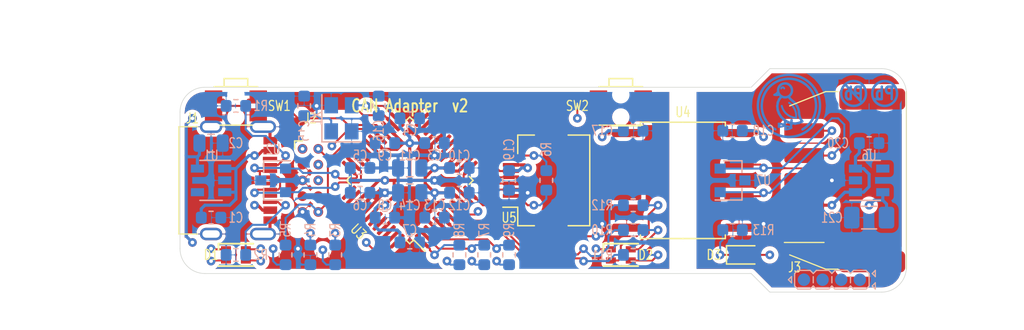
<source format=kicad_pcb>
(kicad_pcb (version 20221018) (generator pcbnew)
  (layers (0 "F.Cu" signal) (1 "In1.Cu" power) (2 "In2.Cu" power) (31 "B.Cu" signal) (34 "B.Paste" user) (35 "F.Paste" user) (36 "B.SilkS" user "B.Silkscreen") (37 "F.SilkS" user "F.Silkscreen") (38 "B.Mask" user) (39 "F.Mask" user) (44 "Edge.Cuts" user))
  (net 0 "")
  (net 1 "gnd")
  (net 2 "v3v3")
  (net 3 "can_gnd")
  (net 4 "can_vcan")
  (net 5 "vusb")
  (net 6 "led_can.res.a")
  (net 7 "rgb_usb.package.green_k")
  (net 8 "rgb_usb.package.red_k")
  (net 9 "crystal.crystal.a")
  (net 10 "usb_net.d_P")
  (net 11 "usb_net.d_N")
  (net 12 "rgb_can.blue_res.a")
  (net 13 "rgb_usb.package.blue_k")
  (net 14 "rgb_can.red_res.a")
  (net 15 "lcd.led_res.b")
  (net 16 "crystal.crystal.b")
  (net 17 "can_reg.pwr_out")
  (net 18 "rgb_can.package.green_k")
  (net 19 "usb.port.B5")
  (net 20 "usb.port.A5")
  (net 21 "mcu.swd.reset")
  (net 22 "lcd.led")
  (net 23 "sw_can.out")
  (net 24 "sw_usb.a")
  (net 25 "rgb_usb.green")
  (net 26 "rgb_can.green")
  (net 27 "rgb_can.blue")
  (net 28 "mcu.swd.swo")
  (net 29 "mcu.swd.swdio")
  (net 30 "mcu.swd.swclk")
  (net 31 "mcu.spi_1.sck")
  (net 32 "mcu.spi_1.mosi")
  (net 33 "mcu.digital_18")
  (net 34 "mcu.digital_17")
  (net 35 "mcu.digital_16")
  (net 36 "mcu.digital_15")
  (net 37 "mcu.digital_13")
  (net 38 "mcu.digital_12")
  (net 39 "mcu.can_0.txd")
  (net 40 "mcu.can_0.rxd")
  (net 41 "can_esd.can.canh")
  (net 42 "can.differential.canl")
  (footprint "Connector_FFC-FPC:Hirose_FH12-8S-0.5SH_1x08-1MP_P0.50mm_Horizontal" (layer "F.Cu") (at 174 56 90)
    (fp_text reference "U5")
    (fp_text value "QT096T_IF09, FH12-8S-0.5SH(55)")
  )
  (footprint "LED_SMD:LED_0603_1608Metric" (layer "F.Cu") (at 191 62)
    (fp_text reference "D3")
    (fp_text value "LED")
  )
  (footprint "Package_QFP:LQFP-48_7x7mm_P0.5mm" (layer "F.Cu") (at 164 56 135)
    (fp_text reference "U3")
    (fp_text value "LPC1549JBD48 (NXP)")
  )
  (footprint "calisco:LED_RGB_0606" (layer "F.Cu") (at 181 62)
    (fp_text reference "D2")
    (fp_text value "EAST1616RGBB2 (Everlight Electronics Co Ltd)")
  )
  (footprint "calisco:LED_RGB_0606" (layer "F.Cu") (at 150 62)
    (fp_text reference "D1")
    (fp_text value "EAST1616RGBB2 (Everlight Electronics Co Ltd)")
  )
  (footprint "Package_SO:SOP-8_6.62x9.15mm_P2.54mm" (layer "F.Cu") (at 186 56)
    (fp_text reference "U4")
    (fp_text value "ISO1050DUB (Texas Instruments)")
  )
  (footprint "calisco:USB_C_Receptacle_BSC_A40-00119" (layer "F.Cu") (at 148 56 -90)
    (fp_text reference "J1")
    (fp_text value "COM-15111 (Sparkfun)")
  )
  (footprint "Connector:Tag-Connect_TC2050-IDC-NL_2x05_P1.27mm_Vertical" (layer "F.Cu") (at 156 56 -90)
    (fp_text reference "J2")
    (fp_text value "SWD")
  )
  (footprint "calisco:Molex_DuraClik_502352_1x05_P2.00mm_Horizontal" (layer "F.Cu") (at 204 56 90)
    (fp_text reference "J3")
    (fp_text value "5023520500 (Molex)")
  )
  (footprint "Button_Switch_SMD:SW_SPST_EVQP7C" (layer "F.Cu") (at 150 50 180)
    (fp_text reference "SW1")
    (fp_text value "EVQ-P7C01P")
  )
  (footprint "Button_Switch_SMD:SW_SPST_EVQP7C" (layer "F.Cu") (at 181 50 180)
    (fp_text reference "SW2")
    (fp_text value "EVQ-P7C01P")
  )
  (footprint "Package_TO_SOT_SMD:SOT-23-5" (layer "B.Cu") (at 201 56)
    (fp_text reference "U6")
    (fp_text value "AP2204K-5.0 (Diodes Incorporated)")
  )
  (footprint "Capacitor_SMD:C_0603_1608Metric" (layer "B.Cu") (at 201 53)
    (fp_text reference "C20")
    (fp_text value "CL10A105KA8NNNC (Samsung Electro-Mechanics) - 1µF, 25V")
  )
  (footprint "Capacitor_SMD:C_0603_1608Metric" (layer "B.Cu") (at 155.5 50 90)
    (fp_text reference "C15")
    (fp_text value "CC0603GRNPO9BN180 (Yageo) - 18pF, 50V")
  )
  (footprint "Capacitor_SMD:C_0603_1608Metric" (layer "B.Cu") (at 161.5 50 90)
    (fp_text reference "C16")
    (fp_text value "CC0603GRNPO9BN180 (Yageo) - 18pF, 50V")
  )
  (footprint "Resistor_SMD:R_0603_1608Metric" (layer "B.Cu") (at 175 56 -90)
    (fp_text reference "R6")
    (fp_text value "100, 1%, 0.1W")
  )
  (footprint "Resistor_SMD:R_0603_1608Metric" (layer "B.Cu") (at 190 60)
    (fp_text reference "R13")
    (fp_text value "1k, 1%, 0.1W")
  )
  (footprint "Capacitor_SMD:C_0603_1608Metric" (layer "B.Cu") (at 160 55)
    (fp_text reference "C5")
    (fp_text value "CL10B104KB8NNNC (Samsung Electro-Mechanics) - 0.1µF, 50V")
  )
  (footprint "Resistor_SMD:R_0603_1608Metric" (layer "B.Cu") (at 154 62 90)
    (fp_text reference "R5")
    (fp_text value "10k, 1%, 0.1W")
  )
  (footprint "Resistor_SMD:R_0603_1608Metric" (layer "B.Cu") (at 156 62 90)
    (fp_text reference "R4")
    (fp_text value "10k, 1%, 0.1W")
  )
  (footprint "Resistor_SMD:R_0603_1608Metric" (layer "B.Cu") (at 158 62 90)
    (fp_text reference "R3")
    (fp_text value "10k, 1%, 0.1W")
  )
  (footprint "Capacitor_SMD:C_0603_1608Metric" (layer "B.Cu") (at 166 59)
    (fp_text reference "C13")
    (fp_text value "CL10B104KB8NNNC (Samsung Electro-Mechanics) - 0.1µF, 50V")
  )
  (footprint "Resistor_SMD:R_0603_1608Metric" (layer "B.Cu") (at 182 58 180)
    (fp_text reference "R12")
    (fp_text value "1k, 1%, 0.1W")
  )
  (footprint "Resistor_SMD:R_0603_1608Metric" (layer "B.Cu") (at 182 62 180)
    (fp_text reference "R11")
    (fp_text value "1k, 1%, 0.1W")
  )
  (footprint "Resistor_SMD:R_0603_1608Metric" (layer "B.Cu") (at 182 60 180)
    (fp_text reference "R10")
    (fp_text value "1k, 1%, 0.1W")
  )
  (footprint "Package_TO_SOT_SMD:SOT-23-5" (layer "B.Cu") (at 148 56 180)
    (fp_text reference "U1")
    (fp_text value "AP2204K-3.3 (Diodes Incorporated)")
  )
  (footprint "Capacitor_SMD:C_0603_1608Metric" (layer "B.Cu") (at 148 59)
    (fp_text reference "C1")
    (fp_text value "CL10A105KP8NNNC (Samsung Electro-Mechanics) - 1µF, 10V")
  )
  (footprint "Capacitor_SMD:C_0805_2012Metric" (layer "B.Cu") (at 148 53)
    (fp_text reference "C2")
    (fp_text value "CL21B225KPFNNNE (Samsung Electro-Mechanics) - 2.2µF, 10V")
  )
  (footprint "Capacitor_SMD:C_0603_1608Metric" (layer "B.Cu") (at 182 52)
    (fp_text reference "C17")
    (fp_text value "CL10B104KB8NNNC (Samsung Electro-Mechanics) - 0.1µF, 50V")
  )
  (footprint "calisco:Symbol_Duckling" (layer "B.Cu") (at 194.540188 50 180)
    (fp_text reference "U8" hide)
    (fp_text value "Duck" hide)
  )
  (footprint "calisco:Indicator_LeadFree" (layer "B.Cu") (at 201 49 180)
    (fp_text reference "1" hide)
    (fp_text value "LeadFree" hide)
  )
  (footprint "Capacitor_SMD:C_0603_1608Metric" (layer "B.Cu") (at 172 56 -90)
    (fp_text reference "C19")
    (fp_text value "CL10A105KP8NNNC (Samsung Electro-Mechanics) - 1µF, 10V")
  )
  (footprint "Package_TO_SOT_SMD:SOT-23" (layer "B.Cu") (at 190 56)
    (fp_text reference "U7")
    (fp_text value "PESD1CAN,215")
  )
  (footprint "Capacitor_SMD:C_0603_1608Metric" (layer "B.Cu") (at 190 52 180)
    (fp_text reference "C18")
    (fp_text value "CL10B104KB8NNNC (Samsung Electro-Mechanics) - 0.1µF, 50V")
  )
  (footprint "calisco:Indicator_IdDots_4" (layer "B.Cu") (at 198 64 180)
    (fp_text reference "2" hide)
    (fp_text value "IdDots4")
  )
  (footprint "Capacitor_SMD:C_0603_1608Metric" (layer "B.Cu") (at 164 51)
    (fp_text reference "C4")
    (fp_text value "CL10B103KB8NNNC (Samsung Electro-Mechanics) - 10000pF, 50V")
  )
  (footprint "Capacitor_SMD:C_0603_1608Metric" (layer "B.Cu") (at 168 57)
    (fp_text reference "C12")
    (fp_text value "CL10B104KB8NNNC (Samsung Electro-Mechanics) - 0.1µF, 50V")
  )
  (footprint "Capacitor_SMD:C_0805_2012Metric" (layer "B.Cu") (at 164 55 180)
    (fp_text reference "C11")
    (fp_text value "CL21A106KPFNNNE (Samsung Electro-Mechanics) - 10µF, 10V")
  )
  (footprint "Capacitor_SMD:C_0603_1608Metric" (layer "B.Cu") (at 168 55)
    (fp_text reference "C10")
    (fp_text value "CL10B104KB8NNNC (Samsung Electro-Mechanics) - 0.1µF, 50V")
  )
  (footprint "Capacitor_SMD:C_0603_1608Metric" (layer "B.Cu") (at 162 59)
    (fp_text reference "C8")
    (fp_text value "CL10B103KB8NNNC (Samsung Electro-Mechanics) - 10000pF, 50V")
  )
  (footprint "Capacitor_SMD:C_0603_1608Metric" (layer "B.Cu") (at 164 61)
    (fp_text reference "C7")
    (fp_text value "CL10B104KB8NNNC (Samsung Electro-Mechanics) - 0.1µF, 50V")
  )
  (footprint "Capacitor_SMD:C_0603_1608Metric" (layer "B.Cu") (at 160 57)
    (fp_text reference "C6")
    (fp_text value "CL10B103KB8NNNC (Samsung Electro-Mechanics) - 10000pF, 50V")
  )
  (footprint "Capacitor_SMD:C_0603_1608Metric" (layer "B.Cu") (at 166 53)
    (fp_text reference "C3")
    (fp_text value "CL10B104KB8NNNC (Samsung Electro-Mechanics) - 0.1µF, 50V")
  )
  (footprint "Capacitor_SMD:C_0805_2012Metric" (layer "B.Cu") (at 164 57 180)
    (fp_text reference "C14")
    (fp_text value "CL21A106KPFNNNE (Samsung Electro-Mechanics) - 10µF, 10V")
  )
  (footprint "Capacitor_SMD:C_1206_3216Metric" (layer "B.Cu") (at 201 59 180)
    (fp_text reference "C21")
    (fp_text value "CL31B225KOHNNNE (Samsung Electro-Mechanics) - 2.2µF, 16V")
  )
  (footprint "Resistor_SMD:R_0603_1608Metric" (layer "B.Cu") (at 150 62)
    (fp_text reference "R2")
    (fp_text value "5.1k, 1%, 0.1W")
  )
  (footprint "Resistor_SMD:R_0603_1608Metric" (layer "B.Cu") (at 150 50)
    (fp_text reference "R1")
    (fp_text value "5.1k, 1%, 0.1W")
  )
  (footprint "Package_TO_SOT_SMD:SOT-23" (layer "B.Cu") (at 153 56 180)
    (fp_text reference "U2")
    (fp_text value "TPD2E009 (Texas Instruments)")
  )
  (footprint "Capacitor_SMD:C_0603_1608Metric" (layer "B.Cu") (at 162 53 180)
    (fp_text reference "C9")
    (fp_text value "CL10B104KB8NNNC (Samsung Electro-Mechanics) - 0.1µF, 50V")
  )
  (footprint "Oscillator:Oscillator_SMD_Abracon_ASE-4Pin_3.2x2.5mm" (layer "B.Cu") (at 158.5 51 90)
    (fp_text reference "X1")
    (fp_text value "7V-12.000MAHE-T (TXC)")
  )
  (footprint "Resistor_SMD:R_0603_1608Metric" (layer "B.Cu") (at 168 62 90)
    (fp_text reference "R8")
    (fp_text value "1k, 1%, 0.1W")
  )
  (footprint "Resistor_SMD:R_0603_1608Metric" (layer "B.Cu") (at 170 62 90)
    (fp_text reference "R7")
    (fp_text value "1k, 1%, 0.1W")
  )
  (footprint "Resistor_SMD:R_0603_1608Metric" (layer "B.Cu") (at 172 62 90)
    (fp_text reference "R9")
    (fp_text value "1k, 1%, 0.1W")
  )
  (gr_line (start 191.5 63.5) (end 147.5 63.5) (stroke (width 0.05)) (layer "Edge.Cuts"))
  (gr_arc (start 147.5 63.5) (mid 146.085786 62.914214) (end 145.5 61.5) (stroke (width 0.05)) (layer "Edge.Cuts"))
  (gr_arc (start 202 47) (mid 203.414214 47.585786) (end 204 49) (stroke (width 0.05)) (layer "Edge.Cuts"))
  (gr_line (start 145.5 61.5) (end 145.5 50.5) (stroke (width 0.05)) (layer "Edge.Cuts"))
  (gr_line (start 193 65) (end 191.5 63.5) (stroke (width 0.05)) (layer "Edge.Cuts"))
  (gr_line (start 191.5 48.5) (end 193 47) (stroke (width 0.05)) (layer "Edge.Cuts"))
  (gr_arc (start 145.5 50.5) (mid 146.085786 49.085786) (end 147.5 48.5) (stroke (width 0.05)) (layer "Edge.Cuts"))
  (gr_line (start 147.5 48.5) (end 191.5 48.5) (stroke (width 0.05)) (layer "Edge.Cuts"))
  (gr_arc (start 204 63) (mid 203.414214 64.414214) (end 202 65) (stroke (width 0.05)) (layer "Edge.Cuts"))
  (gr_line (start 202 65) (end 193 65) (stroke (width 0.05)) (layer "Edge.Cuts"))
  (gr_line (start 204 49) (end 204 63) (stroke (width 0.05)) (layer "Edge.Cuts"))
  (gr_line (start 193 47) (end 202 47) (stroke (width 0.05)) (layer "Edge.Cuts"))
  (gr_text "CAN Adapter  v2" (at 164 50) (layer "F.SilkS") (effects (font (size 1 0.75))))
  (segment (start 166 56) (end 167.18198 56) (width 0.25) (layer "F.Cu") (net 1))
  (segment (start 165.75 53.75) (end 166 54) (width 0.25) (layer "F.Cu") (net 1))
  (segment (start 166.945714 54.114946) (end 166.114946 54.114946) (width 0.25) (layer "F.Cu") (net 1))
  (segment (start 167.18198 56) (end 168.534322 57.352342) (width 0.25) (layer "F.Cu") (net 1))
  (segment (start 162 57) (end 161.93934 57) (width 0.25) (layer "F.Cu") (net 1))
  (segment (start 161.93934 57) (end 160.526338 58.413002) (width 0.25) (layer "F.Cu") (net 1))
  (segment (start 166.321094 52.526338) (end 165.75 53.097432) (width 0.25) (layer "F.Cu") (net 1))
  (segment (start 152.745 52.8) (end 152.745 51.68) (width 0.25) (layer "F.Cu") (net 1))
  (segment (start 162 57) (end 161.232234 57) (width 0.25) (layer "F.Cu") (net 1))
  (segment (start 181.475 59.81) (end 179.81 59.81) (width 0.25) (layer "F.Cu") (net 1))
  (segment (start 172.15 57.25) (end 173.25 57.25) (width 0.25) (layer "F.Cu") (net 1))
  (segment (start 161.232234 57) (end 160.172785 58.059449) (width 0.25) (layer "F.Cu") (net 1))
  (segment (start 167.473662 53.586998) (end 166.945714 54.114946) (width 0.25) (layer "F.Cu") (net 1))
  (segment (start 152.745 59.2) (end 152.745 60.32) (width 0.25) (layer "F.Cu") (net 1))
  (segment (start 166.114946 54.114946) (end 166 54) (width 0.25) (layer "F.Cu") (net 1))
  (segment (start 173.25 57.25) (end 173.5 57) (width 0.25) (layer "F.Cu") (net 1))
  (segment (start 179.81 59.81) (end 179.5 59.5) (width 0.25) (layer "F.Cu") (net 1))
  (segment (start 165.75 53.097432) (end 165.75 53.75) (width 0.25) (layer "F.Cu") (net 1))
  (segment (start 166.413002 52.526338) (end 166.321094 52.526338) (width 0.25) (layer "F.Cu") (net 1))
  (via (at 155.365 58.54) (size 0.7) (drill 0.3) (layers "F.Cu" "B.Cu") (net 1))
  (via (at 155.365 56) (size 0.7) (drill 0.3) (layers "F.Cu" "B.Cu") (net 1))
  (via (at 162 57) (size 0.7) (drill 0.3) (layers "F.Cu" "B.Cu") (net 1))
  (via (at 155 61.5) (size 0.7) (drill 0.3) (layers "F.Cu" "B.Cu") (net 1))
  (via (at 166 54) (size 0.7) (drill 0.3) (layers "F.Cu" "B.Cu") (net 1))
  (via (at 166 56) (size 0.7) (drill 0.3) (layers "F.Cu" "B.Cu") (net 1))
  (via (at 179.5 59.5) (size 0.7) (drill 0.3) (layers "F.Cu" "B.Cu") (net 1))
  (via (at 173.5 57) (size 0.7) (drill 0.3) (layers "F.Cu" "B.Cu") (net 1))
  (segment (start 163.0625 56) (end 166 56) (width 0.25) (layer "B.Cu") (net 1))
  (segment (start 155.2875 62.7875) (end 155 62.5) (width 0.16) (layer "B.Cu") (net 1))
  (segment (start 164.7875 60.2875) (end 164.7875 61) (width 0.25) (layer "B.Cu") (net 1))
  (segment (start 165 52) (end 166.5 52) (width 0.25) (layer "B.Cu") (net 1))
  (segment (start 162 55) (end 163.0625 55) (width 0.25) (layer "B.Cu") (net 1))
  (segment (start 162.7875 59) (end 163.5 59) (width 0.25) (layer "B.Cu") (net 1))
  (segment (start 164.7875 51) (end 164.7875 51.7875) (width 0.25) (layer "B.Cu") (net 1))
  (segment (start 163.0625 57) (end 163.0625 56) (width 0.25) (layer "B.Cu") (net 1))
  (segment (start 160.7875 55) (end 162 55) (width 0.25) (layer "B.Cu") (net 1))
  (segment (start 163.0625 55) (end 163.0625 54) (width 0.25) (layer "B.Cu") (net 1))
  (segment (start 168.5 58) (end 168.7875 57.7125) (width 0.25) (layer "B.Cu") (net 1))
  (segment (start 166.5 52) (end 166.7875 52.2875) (width 0.25) (layer "B.Cu") (net 1))
  (segment (start 155 62.5) (end 155 61.5) (width 0.16) (layer "B.Cu") (net 1))
  (segment (start 163.0625 56) (end 163.0625 55) (width 0.25) (layer "B.Cu") (net 1))
  (segment (start 163.5 59) (end 164.7875 60.2875) (width 0.25) (layer "B.Cu") (net 1))
  (segment (start 162 57) (end 163.0625 57) (width 0.25) (layer "B.Cu") (net 1))
  (segment (start 160.7875 57) (end 162 57) (width 0.25) (layer "B.Cu") (net 1))
  (segment (start 162.7875 58.2125) (end 162.7875 59) (width 0.25) (layer "B.Cu") (net 1))
  (segment (start 163.0625 57) (end 163.0625 57.9375) (width 0.25) (layer "B.Cu") (net 1))
  (segment (start 168.7875 57) (end 168.7875 55) (width 0.25) (layer "B.Cu") (net 1))
  (segment (start 168.7875 55) (end 168.7875 54.2875) (width 0.25) (layer "B.Cu") (net 1))
  (segment (start 166.7875 53) (end 166.7875 54) (width 0.25) (layer "B.Cu") (net 1))
  (segment (start 163.0625 54) (end 161.5 54) (width 0.25) (layer "B.Cu") (net 1))
  (segment (start 167 58) (end 168.5 58) (width 0.25) (layer "B.Cu") (net 1))
  (segment (start 156 62.7875) (end 155.2875 62.7875) (width 0.16) (layer "B.Cu") (net 1))
  (segment (start 166.7875 59) (end 166.7875 58.2125) (width 0.25) (layer "B.Cu") (net 1))
  (segment (start 163.0625 54) (end 166 54) (width 0.25) (layer "B.Cu") (net 1))
  (segment (start 166 56) (end 168.7875 56) (width 0.25) (layer "B.Cu") (net 1))
  (segment (start 163.0625 57.9375) (end 162.7875 58.2125) (width 0.25) (layer "B.Cu") (net 1))
  (segment (start 172.7875 56.7875) (end 173 57) (width 0.25) (layer "B.Cu") (net 1))
  (segment (start 164.7875 51.7875) (end 165 52) (width 0.25) (layer "B.Cu") (net 1))
  (segment (start 173 57) (end 173.5 57) (width 0.25) (layer "B.Cu") (net 1))
  (segment (start 168.5 54) (end 166 54) (width 0.25) (layer "B.Cu") (net 1))
  (segment (start 166.7875 52.2875) (end 166.7875 53) (width 0.25) (layer "B.Cu") (net 1))
  (segment (start 172 56.7875) (end 172.7875 56.7875) (width 0.25) (layer "B.Cu") (net 1))
  (segment (start 166.7875 58.2125) (end 167 58) (width 0.25) (layer "B.Cu") (net 1))
  (segment (start 168.7875 57.7125) (end 168.7875 57) (width 0.25) (layer "B.Cu") (net 1))
  (segment (start 168.7875 54.2875) (end 168.5 54) (width 0.25) (layer "B.Cu") (net 1))
  (segment (start 161.2125 53.7125) (end 161.5 54) (width 0.25) (layer "B.Cu") (net 1))
  (segment (start 161.2125 53) (end 161.2125 53.7125) (width 0.25) (layer "B.Cu") (net 1))
  (segment (start 162.75 57.25) (end 162.75 56) (width 0.25) (layer "F.Cu") (net 2))
  (segment (start 167 57) (end 166 57) (width 0.25) (layer "F.Cu") (net 2))
  (segment (start 149.2 61.55) (end 148.05 61.55) (width 0.16) (layer "F.Cu") (net 2))
  (segment (start 167 55.25) (end 167.93198 55.25) (width 0.25) (layer "F.Cu") (net 2))
  (segment (start 162 58) (end 162.75 57.25) (width 0.25) (layer "F.Cu") (net 2))
  (segment (start 172.15 54.75) (end 173.25 54.75) (width 0.25) (layer "F.Cu") (net 2))
  (segment (start 161.233445 52.879891) (end 161.853554 53.5) (width 0.25) (layer "F.Cu") (net 2))
  (segment (start 166.75 55) (end 167 55.25) (width 0.25) (layer "F.Cu") (net 2))
  (segment (start 161.646446 58) (end 162 58) (width 0.25) (layer "F.Cu") (net 2))
  (segment (start 163.237437 52.762563) (end 163.474874 53) (width 0.25) (layer "F.Cu") (net 2))
  (segment (start 166.767766 55) (end 166 55) (width 0.25) (layer "F.Cu") (net 2))
  (segment (start 167.474874 57) (end 167 57) (width 0.25) (layer "F.Cu") (net 2))
  (segment (start 166 57) (end 165.25 56.25) (width 0.25) (layer "F.Cu") (net 2))
  (segment (start 164 53) (end 164 56) (width 0.25) (layer "F.Cu") (net 2))
  (segment (start 163.474874 53) (end 164 53) (width 0.25) (layer "F.Cu") (net 2))
  (segment (start 162 56) (end 163 56) (width 0.25) (layer "F.Cu") (net 2))
  (segment (start 167.93198 55.25) (end 168.534322 54.647658) (width 0.25) (layer "F.Cu") (net 2))
  (segment (start 168.180769 57.705895) (end 167.474874 57) (width 0.25) (layer "F.Cu") (net 2))
  (segment (start 164 56) (end 165.25 56) (width 0.25) (layer "F.Cu") (net 2))
  (segment (start 162.75 56) (end 163 56) (width 0.25) (layer "F.Cu") (net 2))
  (segment (start 161.525126 56) (end 162 56) (width 0.25) (layer "F.Cu") (net 2))
  (segment (start 161.853554 53.5) (end 162.974874 53.5) (width 0.25) (layer "F.Cu") (net 2))
  (segment (start 165.25 56.25) (end 165.25 55.75) (width 0.25) (layer "F.Cu") (net 2))
  (segment (start 159.819231 57.705895) (end 161.525126 56) (width 0.25) (layer "F.Cu") (net 2))
  (segment (start 160.879891 58.766555) (end 161.646446 58) (width 0.25) (layer "F.Cu") (net 2))
  (segment (start 179.05 61.55) (end 179 61.5) (width 0.16) (layer "F.Cu") (net 2))
  (segment (start 167.827215 53.940551) (end 166.767766 55) (width 0.25) (layer "F.Cu") (net 2))
  (segment (start 162.974874 53.5) (end 163.474874 53) (width 0.25) (layer "F.Cu") (net 2))
  (segment (start 163 56) (end 164 56) (width 0.25) (layer "F.Cu") (net 2))
  (segment (start 180.2 61.55) (end 179.05 61.55) (width 0.16) (layer "F.Cu") (net 2))
  (segment (start 165.25 55.75) (end 166 55) (width 0.25) (layer "F.Cu") (net 2))
  (segment (start 148.05 61.55) (end 148 61.5) (width 0.16) (layer "F.Cu") (net 2))
  (segment (start 179.81 52.19) (end 179.5 52.5) (width 0.25) (layer "F.Cu") (net 2))
  (segment (start 162.294105 51.819231) (end 163.237437 52.762563) (width 0.25) (layer "F.Cu") (net 2))
  (segment (start 181.475 52.19) (end 179.81 52.19) (width 0.25) (layer "F.Cu") (net 2))
  (segment (start 173.25 54.75) (end 173.5 55) (width 0.25) (layer "F.Cu") (net 2))
  (segment (start 166 55) (end 166.75 55) (width 0.25) (layer "F.Cu") (net 2))
  (via (at 162 58) (size 0.7) (drill 0.3) (layers "F.Cu" "B.Cu") (net 2))
  (via (at 166 57) (size 0.7) (drill 0.3) (layers "F.Cu" "B.Cu") (net 2))
  (via (at 179.5 52.5) (size 0.7) (drill 0.3) (layers "F.Cu" "B.Cu") (net 2))
  (via (at 166 55) (size 0.7) (drill 0.3) (layers "F.Cu" "B.Cu") (net 2))
  (via (at 153 61.5) (size 0.7) (drill 0.3) (layers "F.Cu" "B.Cu") (net 2))
  (via (at 164 53) (size 0.7) (drill 0.3) (layers "F.Cu" "B.Cu") (net 2))
  (via (at 179 61.5) (size 0.7) (drill 0.3) (layers "F.Cu" "B.Cu") (net 2))
  (via (at 162 56) (size 0.7) (drill 0.3) (layers "F.Cu" "B.Cu") (net 2))
  (via (at 155.365 53.46) (size 0.7) (drill 0.3) (layers "F.Cu" "B.Cu") (net 2))
  (via (at 173.5 55) (size 0.7) (drill 0.3) (layers "F.Cu" "B.Cu") (net 2))
  (via (at 157 61.59) (size 0.7) (drill 0.3) (layers "F.Cu" "B.Cu") (net 2))
  (via (at 146.5 51) (size 0.7) (drill 0.3) (layers "F.Cu" "B.Cu") (net 2))
  (via (at 146.5 61) (size 0.7) (drill 0.3) (layers "F.Cu" "B.Cu") (net 2))
  (via (at 148 61.5) (size 0.7) (drill 0.3) (layers "F.Cu" "B.Cu") (net 2))
  (segment (start 158 62.7875) (end 157.2875 62.7875) (width 0.16) (layer "B.Cu") (net 2))
  (segment (start 157 62.5) (end 157 61.59) (width 0.16) (layer "B.Cu") (net 2))
  (segment (start 146 51.5) (end 146.5 51) (width 0.25) (layer "B.Cu") (net 2))
  (segment (start 181.2125 52) (end 180 52) (width 0.25) (layer "B.Cu") (net 2))
  (segment (start 161.5 58) (end 162 58) (width 0.25) (layer "B.Cu") (net 2))
  (segment (start 161.2125 59.7125) (end 161.5 60) (width 0.25) (layer "B.Cu") (net 2))
  (segment (start 162.7875 53) (end 164 53) (width 0.25) (layer "B.Cu") (net 2))
  (segment (start 167.2125 57) (end 166 57) (width 0.25) (layer "B.Cu") (net 2))
  (segment (start 153.2875 62.7875) (end 153 62.5) (width 0.16) (layer "B.Cu") (net 2))
  (segment (start 146 54) (end 146 60.5) (width 0.25) (layer "B.Cu") (net 2))
  (segment (start 163.2125 51.7125) (end 164 52.5) (width 0.25) (layer "B.Cu") (net 2))
  (segment (start 165.2125 59) (end 165.2125 58.2875) (width 0.25) (layer "B.Cu") (net 2))
  (segment (start 164 52.5) (end 164 53) (width 0.25) (layer "B.Cu") (net 2))
  (segment (start 173 55) (end 173.5 55) (width 0.25) (layer "B.Cu") (net 2))
  (segment (start 157.2875 62.7875) (end 157 62.5) (width 0.16) (layer "B.Cu") (net 2))
  (segment (start 146 54) (end 146 51.5) (width 0.25) (layer "B.Cu") (net 2))
  (segment (start 161.2125 59) (end 161.2125 59.7125) (width 0.25) (layer "B.Cu") (net 2))
  (segment (start 165.2125 58.2875) (end 166 57.5) (width 0.25) (layer "B.Cu") (net 2))
  (segment (start 146.1 54.1) (end 146 54) (width 0.25) (layer "B.Cu") (net 2))
  (segment (start 146.9 54.1) (end 146.9 54.6) (width 0.25) (layer "B.Cu") (net 2))
  (segment (start 159.2125 56) (end 162 56) (width 0.25) (layer "B.Cu") (net 2))
  (segment (start 159.2125 57) (end 159.2125 56) (width 0.25) (layer "B.Cu") (net 2))
  (segment (start 172 55.2125) (end 172.7875 55.2125) (width 0.25) (layer "B.Cu") (net 2))
  (segment (start 164.9375 57) (end 166 57) (width 0.25) (layer "B.Cu") (net 2))
  (segment (start 161.2125 58.2875) (end 161.5 58) (width 0.25) (layer "B.Cu") (net 2))
  (segment (start 154 62.7875) (end 153.2875 62.7875) (width 0.16) (layer "B.Cu") (net 2))
  (segment (start 146 60.5) (end 146.5 61) (width 0.25) (layer "B.Cu") (net 2))
  (segment (start 146.9 54.6) (end 146.9 55.05) (width 0.25) (layer "B.Cu") (net 2))
  (segment (start 147.0625 53) (end 147.0625 53.9375) (width 0.25) (layer "B.Cu") (net 2))
  (segment (start 147.0625 53.9375) (end 146.9 54.1) (width 0.25) (layer "B.Cu") (net 2))
  (segment (start 163.2125 51) (end 163.2125 51.7125) (width 0.25) (layer "B.Cu") (net 2))
  (segment (start 163.2125 61) (end 163.2125 60.2125) (width 0.25) (layer "B.Cu") (net 2))
  (segment (start 159.2125 55) (end 159.2125 56) (width 0.25) (layer "B.Cu") (net 2))
  (segment (start 164.9375 55) (end 166 55) (width 0.25) (layer "B.Cu") (net 2))
  (segment (start 166 57.5) (end 166 57) (width 0.25) (layer "B.Cu") (net 2))
  (segment (start 146.9 54.1) (end 146.1 54.1) (width 0.25) (layer "B.Cu") (net 2))
  (segment (start 163.2125 60.2125) (end 163 60) (width 0.25) (layer "B.Cu") (net 2))
  (segment (start 166 55) (end 167.2125 55) (width 0.25) (layer "B.Cu") (net 2))
  (segment (start 161.2125 59) (end 161.2125 58.2875) (width 0.25) (layer "B.Cu") (net 2))
  (segment (start 163 60) (end 161.5 60) (width 0.25) (layer "B.Cu") (net 2))
  (segment (start 172.7875 55.2125) (end 173 55) (width 0.25) (layer "B.Cu") (net 2))
  (segment (start 153 62.5) (end 153 61.5) (width 0.16) (layer "B.Cu") (net 2))
  (segment (start 180 52) (end 179.5 52.5) (width 0.25) (layer "B.Cu") (net 2))
  (segment (start 165.2125 53) (end 164 53) (width 0.25) (layer "B.Cu") (net 2))
  (segment (start 195.77 56) (end 198 56) (width 0.25) (layer "F.Cu") (net 3))
  (segment (start 192.19 59.81) (end 192.5 59.5) (width 0.25) (layer "F.Cu") (net 3))
  (segment (start 195.42 56) (end 197 56) (width 0.25) (layer "F.Cu") (net 3))
  (segment (start 190.525 59.81) (end 192.19 59.81) (width 0.25) (layer "F.Cu") (net 3))
  (via (at 198 56) (size 0.7) (drill 0.3) (layers "F.Cu" "B.Cu") (net 3))
  (via (at 192.5 59.5) (size 0.7) (drill 0.3) (layers "F.Cu" "B.Cu") (net 3))
  (segment (start 195.77 58) (end 198 58) (width 0.25) (layer "F.Cu") (net 4))
  (via (at 198 58) (size 0.7) (drill 0.3) (layers "F.Cu" "B.Cu") (net 4))
  (segment (start 199.05 56.95) (end 198 58) (width 0.25) (layer "B.Cu") (net 4))
  (segment (start 200.55 56.95) (end 201 56.5) (width 0.25) (layer "B.Cu") (net 4))
  (segment (start 199.9 56.95) (end 199.05 56.95) (width 0.25) (layer "B.Cu") (net 4))
  (segment (start 199.9 54.1) (end 200.2125 53.7875) (width 0.25) (layer "B.Cu") (net 4))
  (segment (start 199.9 56.95) (end 200.55 56.95) (width 0.25) (layer "B.Cu") (net 4))
  (segment (start 199.9 55.05) (end 199.9 54.1) (width 0.25) (layer "B.Cu") (net 4))
  (segment (start 201 55.5) (end 200.55 55.05) (width 0.25) (layer "B.Cu") (net 4))
  (segment (start 201 56.5) (end 201 55.5) (width 0.25) (layer "B.Cu") (net 4))
  (segment (start 200.2125 53.7875) (end 200.2125 53) (width 0.25) (layer "B.Cu") (net 4))
  (segment (start 200.55 55.05) (end 199.9 55.05) (width 0.25) (layer "B.Cu") (net 4))
  (segment (start 151.5 57.999916) (end 151.499916 58) (width 0.25) (layer "F.Cu") (net 5))
  (segment (start 152.156998 53.6) (end 151.756998 54) (width 0.25) (layer "F.Cu") (net 5))
  (segment (start 152.745 58.4) (end 152.156998 58.4) (width 0.25) (layer "F.Cu") (net 5))
  (segment (start 151.756998 54) (end 151.5 54) (width 0.25) (layer "F.Cu") (net 5))
  (segment (start 152.156998 58.4) (end 151.756998 58) (width 0.25) (layer "F.Cu") (net 5))
  (segment (start 151.756998 58) (end 151.499916 58) (width 0.25) (layer "F.Cu") (net 5))
  (segment (start 152.745 53.6) (end 152.156998 53.6) (width 0.25) (layer "F.Cu") (net 5))
  (via (at 151.499916 58) (size 0.7) (drill 0.3) (layers "F.Cu" "B.Cu") (net 5))
  (via (at 151.5 54) (size 0.7) (drill 0.3) (layers "F.Cu" "B.Cu") (net 5))
  (segment (start 147.5 58) (end 149.5 58) (width 0.25) (layer "B.Cu") (net 5))
  (segment (start 151.5 54) (end 151.05 54) (width 0.25) (layer "B.Cu") (net 5))
  (segment (start 150 55.05) (end 150 57.5) (width 0.25) (layer "B.Cu") (net 5))
  (segment (start 149.5 58) (end 150 57.5) (width 0.25) (layer "B.Cu") (net 5))
  (segment (start 149.1 55.05) (end 150 55.05) (width 0.25) (layer "B.Cu") (net 5))
  (segment (start 147.2125 59) (end 147.2125 58.2875) (width 0.25) (layer "B.Cu") (net 5))
  (segment (start 150 57.5) (end 150 57.45) (width 0.25) (layer "B.Cu") (net 5))
  (segment (start 151.05 54) (end 150 55.05) (width 0.25) (layer "B.Cu") (net 5))
  (segment (start 149.1 56.95) (end 150 56.95) (width 0.25) (layer "B.Cu") (net 5))
  (segment (start 151.499916 54.000084) (end 151.5 54) (width 0.25) (layer "B.Cu") (net 5))
  (segment (start 147.2125 58.2875) (end 147.5 58) (width 0.25) (layer "B.Cu") (net 5))
  (segment (start 190.2125 62) (end 189 62) (width 0.16) (layer "F.Cu") (net 6))
  (via (at 189 62) (size 0.7) (drill 0.3) (layers "F.Cu" "B.Cu") (net 6))
  (segment (start 189 61) (end 189 62) (width 0.16) (layer "B.Cu") (net 6))
  (segment (start 189.2125 60.7875) (end 189 61) (width 0.16) (layer "B.Cu") (net 6))
  (segment (start 189.2125 60) (end 189.2125 60.7875) (width 0.16) (layer "B.Cu") (net 6))
  (segment (start 150.8 62.45) (end 151.95 62.45) (width 0.16) (layer "F.Cu") (net 7))
  (segment (start 151.95 62.45) (end 152 62.5) (width 0.16) (layer "F.Cu") (net 7))
  (via (at 152 62.5) (size 0.7) (drill 0.3) (layers "F.Cu" "B.Cu") (net 7))
  (via (at 167 62.5) (size 0.7) (drill 0.3) (layers "F.Cu" "B.Cu") (net 7))
  (segment (start 168 62.7875) (end 167.2875 62.7875) (width 0.16) (layer "B.Cu") (net 7))
  (segment (start 167.2875 62.7875) (end 167 62.5) (width 0.16) (layer "B.Cu") (net 7))
  (segment (start 150.8 61.55) (end 151.95 61.55) (width 0.16) (layer "F.Cu") (net 8))
  (segment (start 151.95 61.55) (end 152 61.5) (width 0.16) (layer "F.Cu") (net 8))
  (via (at 169 62.5) (size 0.7) (drill 0.3) (layers "F.Cu" "B.Cu") (net 8))
  (via (at 152 61.5) (size 0.7) (drill 0.3) (layers "F.Cu" "B.Cu") (net 8))
  (segment (start 169.2875 62.7875) (end 169 62.5) (width 0.16) (layer "B.Cu") (net 8))
  (segment (start 170 62.7875) (end 169.2875 62.7875) (width 0.16) (layer "B.Cu") (net 8))
  (segment (start 161.93198 50.75) (end 160.25 50.75) (width 0.16) (layer "F.Cu") (net 9))
  (segment (start 162.647658 51.465678) (end 161.93198 50.75) (width 0.16) (layer "F.Cu") (net 9))
  (segment (start 156.5 50) (end 159.5 50) (width 0.16) (layer "F.Cu") (net 9))
  (segment (start 159.5 50) (end 160.25 50.75) (width 0.16) (layer "F.Cu") (net 9))
  (via (at 156.5 50) (size 0.7) (drill 0.3) (layers "F.Cu" "B.Cu") (net 9))
  (segment (start 157.5 51) (end 156.75 51) (width 0.16) (layer "B.Cu") (net 9))
  (segment (start 156.5375 50.7875) (end 156.75 51) (width 0.16) (layer "B.Cu") (net 9))
  (segment (start 155.5 50.7875) (end 156.5375 50.7875) (width 0.16) (layer "B.Cu") (net 9))
  (segment (start 157.675 52.05) (end 157.675 51.175) (width 0.16) (layer "B.Cu") (net 9))
  (segment (start 156.5 50) (end 156.5 50.7875) (width 0.16) (layer "B.Cu") (net 9))
  (segment (start 157.675 51.175) (end 157.5 51) (width 0.16) (layer "B.Cu") (net 9))
  (segment (start 158 56.5) (end 158.337712 56.162288) (width 0.16) (layer "F.Cu") (net 10))
  (segment (start 151.75 56.75) (end 151.5 57) (width 0.16) (layer "F.Cu") (net 10))
  (segment (start 153.402002 56.75) (end 153.560001 56.592001) (width 0.16) (layer "F.Cu") (net 10))
  (segment (start 153.402002 55.75) (end 152.745 55.75) (width 0.16) (layer "F.Cu") (net 10))
  (segment (start 153.560001 56.439999) (end 153.560001 55.907999) (width 0.16) (layer "F.Cu") (net 10))
  (segment (start 153.560001 55.907999) (end 153.402002 55.75) (width 0.16) (layer "F.Cu") (net 10))
  (segment (start 160.070011 55.974829) (end 160.070011 55.251991) (width 0.16) (layer "F.Cu") (net 10))
  (segment (start 152.745 56.75) (end 153.402002 56.75) (width 0.16) (layer "F.Cu") (net 10))
  (segment (start 153.560001 56.592001) (end 153.560001 56.439999) (width 0.16) (layer "F.Cu") (net 10))
  (segment (start 158.337712 56.162288) (end 159.882552 56.162288) (width 0.16) (layer "F.Cu") (net 10))
  (segment (start 152.745 56.75) (end 151.75 56.75) (width 0.16) (layer "F.Cu") (net 10))
  (segment (start 159.882552 56.162288) (end 160.070011 55.974829) (width 0.16) (layer "F.Cu") (net 10))
  (segment (start 160.070011 55.251991) (end 159.465678 54.647658) (width 0.16) (layer "F.Cu") (net 10))
  (via (at 158 56.5) (size 0.7) (drill 0.3) (layers "F.Cu" "B.Cu") (net 10))
  (via (at 151.5 57) (size 0.7) (drill 0.3) (layers "F.Cu" "B.Cu") (net 10))
  (segment (start 153.95 57) (end 154 56.95) (width 0.16) (layer "B.Cu") (net 10))
  (segment (start 151.5 57) (end 153.95 57) (width 0.16) (layer "B.Cu") (net 10))
  (segment (start 155.4 56.6) (end 157.9 56.6) (width 0.16) (layer "B.Cu") (net 10))
  (segment (start 154 56.95) (end 155.05 56.95) (width 0.16) (layer "B.Cu") (net 10))
  (segment (start 155.05 56.95) (end 155.4 56.6) (width 0.16) (layer "B.Cu") (net 10))
  (segment (start 157.9 56.6) (end 158 56.5) (width 0.16) (layer "B.Cu") (net 10))
  (segment (start 151.929999 55.929999) (end 151.929999 55.25) (width 0.16) (layer "F.Cu") (net 11))
  (segment (start 152.087998 56.25) (end 151.929999 56.092001) (width 0.16) (layer "F.Cu") (net 11))
  (segment (start 151.75 55.25) (end 151.5 55) (width 0.16) (layer "F.Cu") (net 11))
  (segment (start 152.745 55.25) (end 151.75 55.25) (width 0.16) (layer "F.Cu") (net 11))
  (segment (start 151.929999 56.092001) (end 151.929999 55.929999) (width 0.16) (layer "F.Cu") (net 11))
  (segment (start 159.75 55.639088) (end 159.112124 55.001212) (width 0.16) (layer "F.Cu") (net 11))
  (segment (start 152.087998 55.25) (end 152.745 55.25) (width 0.16) (layer "F.Cu") (net 11))
  (segment (start 152.745 56.25) (end 152.087998 56.25) (width 0.16) (layer "F.Cu") (net 11))
  (segment (start 159.75 55.75) (end 159.657723 55.842277) (width 0.16) (layer "F.Cu") (net 11))
  (segment (start 159.75 55.75) (end 159.75 55.639088) (width 0.16) (layer "F.Cu") (net 11))
  (segment (start 158 55.5) (end 158.342277 55.842277) (width 0.16) (layer "F.Cu") (net 11))
  (segment (start 158.342277 55.842277) (end 159.657723 55.842277) (width 0.16) (layer "F.Cu") (net 11))
  (segment (start 151.929999 55.929999) (end 151.929999 55.407999) (width 0.16) (layer "F.Cu") (net 11))
  (via (at 151.5 55) (size 0.7) (drill 0.3) (layers "F.Cu" "B.Cu") (net 11))
  (via (at 158 55.5) (size 0.7) (drill 0.3) (layers "F.Cu" "B.Cu") (net 11))
  (segment (start 157.9 55.4) (end 158 55.5) (width 0.16) (layer "B.Cu") (net 11))
  (segment (start 155.05 55.05) (end 155.4 55.4) (width 0.16) (layer "B.Cu") (net 11))
  (segment (start 151.5 55) (end 153.95 55) (width 0.16) (layer "B.Cu") (net 11))
  (segment (start 154 55.05) (end 155.05 55.05) (width 0.16) (layer "B.Cu") (net 11))
  (segment (start 155.4 55.4) (end 157.9 55.4) (width 0.16) (layer "B.Cu") (net 11))
  (segment (start 153.95 55) (end 154 55.05) (width 0.16) (layer "B.Cu") (net 11))
  (segment (start 183.25 60.25) (end 183.25 58.75) (width 0.16) (layer "F.Cu") (net 12))
  (segment (start 180.8 62.45) (end 181 62.25) (width 0.16) (layer "F.Cu") (net 12))
  (segment (start 183.25 58.75) (end 184 58) (width 0.16) (layer "F.Cu") (net 12))
  (segment (start 181.267998 61) (end 182.5 61) (width 0.16) (layer "F.Cu") (net 12))
  (segment (start 182.5 61) (end 183.25 60.25) (width 0.16) (layer "F.Cu") (net 12))
  (segment (start 181 61.267998) (end 181.267998 61) (width 0.16) (layer "F.Cu") (net 12))
  (segment (start 180.2 62.45) (end 180.8 62.45) (width 0.16) (layer "F.Cu") (net 12))
  (segment (start 181 62.25) (end 181 61.267998) (width 0.16) (layer "F.Cu") (net 12))
  (via (at 184 58) (size 0.7) (drill 0.3) (layers "F.Cu" "B.Cu") (net 12))
  (segment (start 182.7875 58) (end 184 58) (width 0.16) (layer "B.Cu") (net 12))
  (segment (start 148.05 62.45) (end 148 62.5) (width 0.16) (layer "F.Cu") (net 13))
  (segment (start 149.2 62.45) (end 148.05 62.45) (width 0.16) (layer "F.Cu") (net 13))
  (via (at 148 62.5) (size 0.7) (drill 0.3) (layers "F.Cu" "B.Cu") (net 13))
  (via (at 171 62.5) (size 0.7) (drill 0.3) (layers "F.Cu" "B.Cu") (net 13))
  (segment (start 171.2875 62.7875) (end 171 62.5) (width 0.16) (layer "B.Cu") (net 13))
  (segment (start 172 62.7875) (end 171.2875 62.7875) (width 0.16) (layer "B.Cu") (net 13))
  (segment (start 182.45 61.55) (end 184 60) (width 0.16) (layer "F.Cu") (net 14))
  (segment (start 181.8 61.55) (end 182.45 61.55) (width 0.16) (layer "F.Cu") (net 14))
  (via (at 184 60) (size 0.7) (drill 0.3) (layers "F.Cu" "B.Cu") (net 14))
  (segment (start 182.7875 60) (end 184 60) (width 0.16) (layer "B.Cu") (net 14))
  (segment (start 173.25 57.75) (end 173.5 58) (width 0.16) (layer "F.Cu") (net 15))
  (segment (start 173.5 58) (end 174 58) (width 0.16) (layer "F.Cu") (net 15))
  (segment (start 172.15 57.75) (end 173.25 57.75) (width 0.16) (layer "F.Cu") (net 15))
  (via (at 174 58) (size 0.7) (drill 0.3) (layers "F.Cu" "B.Cu") (net 15))
  (segment (start 174.5 58) (end 174 58) (width 0.16) (layer "B.Cu") (net 15))
  (segment (start 175 57.5) (end 174.5 58) (width 0.16) (layer "B.Cu") (net 15))
  (segment (start 175 56.7875) (end 175 57.5) (width 0.16) (layer "B.Cu") (net 15))
  (segment (start 161.889088 50) (end 160.5 50) (width 0.16) (layer "F.Cu") (net 16))
  (segment (start 163.001212 51.112124) (end 161.889088 50) (width 0.16) (layer "F.Cu") (net 16))
  (via (at 160.5 50) (size 0.7) (drill 0.3) (layers "F.Cu" "B.Cu") (net 16))
  (segment (start 161.25 50) (end 160.5 50) (width 0.16) (layer "B.Cu") (net 16))
  (segment (start 161.5 50.25) (end 161.25 50) (width 0.16) (layer "B.Cu") (net 16))
  (segment (start 161.5 50.7875) (end 161.5 50.25) (width 0.16) (layer "B.Cu") (net 16))
  (segment (start 159.325 49.95) (end 160.45 49.95) (width 0.16) (layer "B.Cu") (net 16))
  (segment (start 160.45 49.95) (end 160.5 50) (width 0.16) (layer "B.Cu") (net 16))
  (segment (start 190.525 52.19) (end 192.19 52.19) (width 0.25) (layer "F.Cu") (net 17))
  (segment (start 192.19 52.19) (end 192.5 52.5) (width 0.25) (layer "F.Cu") (net 17))
  (segment (start 191.7875 62) (end 193 62) (width 0.16) (layer "F.Cu") (net 17))
  (via (at 201 58) (size 0.7) (drill 0.3) (layers "F.Cu" "B.Cu") (net 17))
  (via (at 192.5 52.5) (size 0.7) (drill 0.3) (layers "F.Cu" "B.Cu") (net 17))
  (via (at 193 62) (size 0.7) (drill 0.3) (layers "F.Cu" "B.Cu") (net 17))
  (segment (start 190.7875 52) (end 192 52) (width 0.25) (layer "B.Cu") (net 17))
  (segment (start 202.1 57.6) (end 202.1 56.95) (width 0.25) (layer "B.Cu") (net 17))
  (segment (start 202.4 59) (end 202.4 57.9) (width 0.25) (layer "B.Cu") (net 17))
  (segment (start 192 52) (end 192.5 52.5) (width 0.25) (layer "B.Cu") (net 17))
  (segment (start 201.4 57.6) (end 201 58) (width 0.25) (layer "B.Cu") (net 17))
  (segment (start 202.1 57.6) (end 201.4 57.6) (width 0.25) (layer "B.Cu") (net 17))
  (segment (start 202.4 57.9) (end 202.1 57.6) (width 0.25) (layer "B.Cu") (net 17))
  (segment (start 183.55 62.45) (end 184 62) (width 0.16) (layer "F.Cu") (net 18))
  (segment (start 181.8 62.45) (end 183.55 62.45) (width 0.16) (layer "F.Cu") (net 18))
  (via (at 184 62) (size 0.7) (drill 0.3) (layers "F.Cu" "B.Cu") (net 18))
  (segment (start 182.7875 62) (end 184 62) (width 0.16) (layer "B.Cu") (net 18))
  (segment (start 152.745 57.75) (end 153.402002 57.75) (width 0.16) (layer "F.Cu") (net 19))
  (segment (start 153.652002 58) (end 154 58) (width 0.16) (layer "F.Cu") (net 19))
  (segment (start 153.402002 57.75) (end 153.652002 58) (width 0.16) (layer "F.Cu") (net 19))
  (via (at 154 58) (size 0.7) (drill 0.3) (layers "F.Cu" "B.Cu") (net 19))
  (segment (start 153 59) (end 154 58) (width 0.16) (layer "B.Cu") (net 19))
  (segment (start 151.323478 59.57999) (end 152.42001 59.57999) (width 0.16) (layer "B.Cu") (net 19))
  (segment (start 150.7875 60.115968) (end 151.323478 59.57999) (width 0.16) (layer "B.Cu") (net 19))
  (segment (start 152.42001 59.57999) (end 153 59) (width 0.16) (layer "B.Cu") (net 19))
  (segment (start 150.7875 62) (end 150.7875 60.115968) (width 0.16) (layer "B.Cu") (net 19))
  (segment (start 152.745 54.75) (end 153.402002 54.75) (width 0.16) (layer "F.Cu") (net 20))
  (segment (start 154 54.152002) (end 154 54) (width 0.16) (layer "F.Cu") (net 20))
  (segment (start 153.402002 54.75) (end 154 54.152002) (width 0.16) (layer "F.Cu") (net 20))
  (via (at 154 54) (size 0.7) (drill 0.3) (layers "F.Cu" "B.Cu") (net 20))
  (segment (start 152.42001 52.42001) (end 151.323478 52.42001) (width 0.16) (layer "B.Cu") (net 20))
  (segment (start 154 54) (end 152.42001 52.42001) (width 0.16) (layer "B.Cu") (net 20))
  (segment (start 150.7875 51.884032) (end 150.7875 50) (width 0.16) (layer "B.Cu") (net 20))
  (segment (start 151.323478 52.42001) (end 150.7875 51.884032) (width 0.16) (layer "B.Cu") (net 20))
  (segment (start 159.095137 53.570011) (end 159.819231 54.294105) (width 0.16) (layer "F.Cu") (net 21))
  (segment (start 158.679989 53.570011) (end 159.095137 53.570011) (width 0.16) (layer "F.Cu") (net 21))
  (segment (start 157.409999 54.840001) (end 158.679989 53.570011) (width 0.16) (layer "F.Cu") (net 21))
  (segment (start 156.635 58.54) (end 157.409999 57.765001) (width 0.16) (layer "F.Cu") (net 21))
  (segment (start 157.409999 57.765001) (end 157.409999 54.840001) (width 0.16) (layer "F.Cu") (net 21))
  (via (at 156.635 58.54) (size 0.7) (drill 0.3) (layers "F.Cu" "B.Cu") (net 21))
  (segment (start 156.044999 57.949999) (end 156.635 58.54) (width 0.16) (layer "B.Cu") (net 21))
  (segment (start 154 60.25) (end 154 59.031798) (width 0.16) (layer "B.Cu") (net 21))
  (segment (start 155.081799 57.949999) (end 156.044999 57.949999) (width 0.16) (layer "B.Cu") (net 21))
  (segment (start 154 61.2125) (end 154 60.25) (width 0.16) (layer "B.Cu") (net 21))
  (segment (start 154 59.031798) (end 155.081799 57.949999) (width 0.16) (layer "B.Cu") (net 21))
  (segment (start 168.361572 50.90901) (end 170.932562 53.48) (width 0.16) (layer "F.Cu") (net 22))
  (segment (start 165.352342 51.465678) (end 165.90901 50.90901) (width 0.16) (layer "F.Cu") (net 22))
  (segment (start 170.932562 53.48) (end 172.520001 53.48) (width 0.16) (layer "F.Cu") (net 22))
  (segment (start 165.90901 50.90901) (end 168.361572 50.90901) (width 0.16) (layer "F.Cu") (net 22))
  (segment (start 172.520001 53.48) (end 173.040001 54) (width 0.16) (layer "F.Cu") (net 22))
  (segment (start 173.040001 54) (end 174 54) (width 0.16) (layer "F.Cu") (net 22))
  (via (at 174 54) (size 0.7) (drill 0.3) (layers "F.Cu" "B.Cu") (net 22))
  (segment (start 175 55.2125) (end 175 54.5) (width 0.16) (layer "B.Cu") (net 22))
  (segment (start 174.5 54) (end 174 54) (width 0.16) (layer "B.Cu") (net 22))
  (segment (start 175 54.5) (end 174.5 54) (width 0.16) (layer "B.Cu") (net 22))
  (segment (start 180 49.5) (end 179.42 49.5) (width 0.16) (layer "F.Cu") (net 23))
  (segment (start 181.5 50) (end 180.5 50) (width 0.16) (layer "F.Cu") (net 23))
  (segment (start 178.22 49.28) (end 177.5 50) (width 0.16) (layer "F.Cu") (net 23))
  (segment (start 182 49.5) (end 181.5 50) (width 0.16) (layer "F.Cu") (net 23))
  (segment (start 179.2 49.28) (end 178.22 49.28) (width 0.16) (layer "F.Cu") (net 23))
  (segment (start 161 61.5) (end 160.5 61) (width 0.16) (layer "F.Cu") (net 23))
  (segment (start 163.001212 60.887876) (end 162.389088 61.5) (width 0.16) (layer "F.Cu") (net 23))
  (segment (start 179.42 49.5) (end 179.2 49.28) (width 0.16) (layer "F.Cu") (net 23))
  (segment (start 182 49.5) (end 182.58 49.5) (width 0.16) (layer "F.Cu") (net 23))
  (segment (start 180 49.5) (end 180.5 50) (width 0.16) (layer "F.Cu") (net 23))
  (segment (start 162.389088 61.5) (end 161 61.5) (width 0.16) (layer "F.Cu") (net 23))
  (segment (start 182.58 49.5) (end 182.8 49.28) (width 0.16) (layer "F.Cu") (net 23))
  (segment (start 177.5 50) (end 177.5 51) (width 0.16) (layer "F.Cu") (net 23))
  (via (at 160.5 61) (size 0.7) (drill 0.3) (layers "F.Cu" "B.Cu") (net 23))
  (via (at 177.5 51) (size 0.7) (drill 0.3) (layers "F.Cu" "B.Cu") (net 23))
  (segment (start 161.940551 52.172785) (end 161.30776 51.539994) (width 0.16) (layer "F.Cu") (net 24))
  (segment (start 158.5 51) (end 155 51) (width 0.16) (layer "F.Cu") (net 24))
  (segment (start 155 51) (end 153.28 49.28) (width 0.16) (layer "F.Cu") (net 24))
  (segment (start 161.30776 51.539994) (end 159.039994 51.539994) (width 0.16) (layer "F.Cu") (net 24))
  (segment (start 150.5 50) (end 149.5 50) (width 0.16) (layer "F.Cu") (net 24))
  (segment (start 149 49.5) (end 148.42 49.5) (width 0.16) (layer "F.Cu") (net 24))
  (segment (start 151 49.5) (end 150.5 50) (width 0.16) (layer "F.Cu") (net 24))
  (segment (start 148.42 49.5) (end 148.2 49.28) (width 0.16) (layer "F.Cu") (net 24))
  (segment (start 151 49.5) (end 151.58 49.5) (width 0.16) (layer "F.Cu") (net 24))
  (segment (start 153.28 49.28) (end 151.8 49.28) (width 0.16) (layer "F.Cu") (net 24))
  (segment (start 149 49.5) (end 149.5 50) (width 0.16) (layer "F.Cu") (net 24))
  (segment (start 151.58 49.5) (end 151.8 49.28) (width 0.16) (layer "F.Cu") (net 24))
  (segment (start 159.039994 51.539994) (end 158.5 51) (width 0.16) (layer "F.Cu") (net 24))
  (segment (start 165.625 61.625) (end 166 62) (width 0.16) (layer "F.Cu") (net 25))
  (segment (start 164.998788 60.887876) (end 165.625 61.514088) (width 0.16) (layer "F.Cu") (net 25))
  (segment (start 165.625 61.514088) (end 165.625 61.625) (width 0.16) (layer "F.Cu") (net 25))
  (via (at 166 62) (size 0.7) (drill 0.3) (layers "F.Cu" "B.Cu") (net 25))
  (segment (start 168 61.2125) (end 166.7875 61.2125) (width 0.16) (layer "B.Cu") (net 25))
  (segment (start 166.7875 61.2125) (end 166 62) (width 0.16) (layer "B.Cu") (net 25))
  (segment (start 173.469794 62.280038) (end 176.73001 62.280038) (width 0.16) (layer "F.Cu") (net 26))
  (segment (start 166.059449 59.827215) (end 166.616117 60.383883) (width 0.16) (layer "F.Cu") (net 26))
  (segment (start 166.616117 60.383883) (end 167.366117 60.383883) (width 0.16) (layer "F.Cu") (net 26))
  (segment (start 173.469789 62.280037) (end 173.469794 62.280038) (width 0.16) (layer "F.Cu") (net 26))
  (segment (start 167.53997 60.21003) (end 171.399782 60.21003) (width 0.16) (layer "F.Cu") (net 26))
  (segment (start 177.780038 62.280038) (end 178 62.5) (width 0.16) (layer "F.Cu") (net 26))
  (segment (start 167.366117 60.383883) (end 167.53997 60.21003) (width 0.16) (layer "F.Cu") (net 26))
  (segment (start 171.399782 60.21003) (end 173.469789 62.280037) (width 0.16) (layer "F.Cu") (net 26))
  (segment (start 176.73001 62.280038) (end 177.780038 62.280038) (width 0.16) (layer "F.Cu") (net 26))
  (via (at 178 62.5) (size 0.7) (drill 0.3) (layers "F.Cu" "B.Cu") (net 26))
  (segment (start 180.5 62) (end 181.2125 62) (width 0.16) (layer "B.Cu") (net 26))
  (segment (start 180 62.5) (end 180.5 62) (width 0.16) (layer "B.Cu") (net 26))
  (segment (start 178 62.5) (end 180 62.5) (width 0.16) (layer "B.Cu") (net 26))
  (segment (start 177.905124 60.5) (end 179 60.5) (width 0.16) (layer "F.Cu") (net 27))
  (segment (start 167.923563 59.570009) (end 168.178108 59.57001) (width 0.16) (layer "F.Cu") (net 27))
  (segment (start 171.664886 59.57001) (end 173.734897 61.640019) (width 0.16) (layer "F.Cu") (net 27))
  (segment (start 176.765106 61.640018) (end 177.905124 60.5) (width 0.16) (layer "F.Cu") (net 27))
  (segment (start 173.734897 61.640019) (end 176.765106 61.640018) (width 0.16) (layer "F.Cu") (net 27))
  (segment (start 167.120109 58.766555) (end 167.923563 59.570009) (width 0.16) (layer "F.Cu") (net 27))
  (segment (start 168.178108 59.57001) (end 171.664886 59.57001) (width 0.16) (layer "F.Cu") (net 27))
  (via (at 179 60.5) (size 0.7) (drill 0.3) (layers "F.Cu" "B.Cu") (net 27))
  (segment (start 179.5 60.5) (end 179 60.5) (width 0.16) (layer "B.Cu") (net 27))
  (segment (start 181.2125 58) (end 180.5 58) (width 0.16) (layer "B.Cu") (net 27))
  (segment (start 180.090001 58.409999) (end 180.090001 59.909999) (width 0.16) (layer "B.Cu") (net 27))
  (segment (start 180.090001 59.909999) (end 179.5 60.5) (width 0.16) (layer "B.Cu") (net 27))
  (segment (start 180.5 58) (end 180.090001 58.409999) (width 0.16) (layer "B.Cu") (net 27))
  (segment (start 168.517766 58.75) (end 169.25 58.75) (width 0.16) (layer "F.Cu") (net 28))
  (segment (start 167.827215 58.059449) (end 168.517766 58.75) (width 0.16) (layer "F.Cu") (net 28))
  (segment (start 169.25 58.75) (end 169.5 58.5) (width 0.16) (layer "F.Cu") (net 28))
  (via (at 156.635 56) (size 0.7) (drill 0.3) (layers "F.Cu" "B.Cu") (net 28))
  (via (at 169.5 58.5) (size 0.7) (drill 0.3) (layers "F.Cu" "B.Cu") (net 28))
  (segment (start 157.797438 54) (end 158.547438 53.25) (width 0.16) (layer "F.Cu") (net 29))
  (segment (start 159.482234 53.25) (end 160.172785 53.940551) (width 0.16) (layer "F.Cu") (net 29))
  (segment (start 157.175 54) (end 157.797438 54) (width 0.16) (layer "F.Cu") (net 29))
  (segment (start 156.635 53.46) (end 157.175 54) (width 0.16) (layer "F.Cu") (net 29))
  (segment (start 158.547438 53.25) (end 159.482234 53.25) (width 0.16) (layer "F.Cu") (net 29))
  (via (at 158 60.25) (size 0.7) (drill 0.3) (layers "F.Cu" "B.Cu") (net 29))
  (via (at 156.635 53.46) (size 0.7) (drill 0.3) (layers "F.Cu" "B.Cu") (net 29))
  (segment (start 158 61.2125) (end 158 60.25) (width 0.16) (layer "B.Cu") (net 29))
  (segment (start 159.103047 51.860003) (end 157.731525 53.231525) (width 0.16) (layer "F.Cu") (net 30))
  (segment (start 160.920663 51.860003) (end 159.103047 51.860003) (width 0.16) (layer "F.Cu") (net 30))
  (segment (start 161.586998 52.526338) (end 160.920663 51.860003) (width 0.16) (layer "F.Cu") (net 30))
  (via (at 156 60.25) (size 0.7) (drill 0.3) (layers "F.Cu" "B.Cu") (net 30))
  (via (at 157.731525 53.231525) (size 0.7) (drill 0.3) (layers "F.Cu" "B.Cu") (net 30))
  (via (at 156.635 54.73) (size 0.7) (drill 0.3) (layers "F.Cu" "B.Cu") (net 30))
  (segment (start 156 61.2125) (end 156 60.25) (width 0.16) (layer "B.Cu") (net 30))
  (segment (start 170.960033 54.960033) (end 171.25 55.25) (width 0.16) (layer "F.Cu") (net 31))
  (segment (start 171.25 55.25) (end 172.15 55.25) (width 0.16) (layer "F.Cu") (net 31))
  (segment (start 170.960033 54.412596) (end 170.960033 54.960033) (width 0.16) (layer "F.Cu") (net 31))
  (segment (start 168.163555 51.616117) (end 170.960033 54.412596) (width 0.16) (layer "F.Cu") (net 31))
  (segment (start 166.059449 52.172785) (end 166.616117 51.616117) (width 0.16) (layer "F.Cu") (net 31))
  (segment (start 166.616117 51.616117) (end 168.163555 51.616117) (width 0.16) (layer "F.Cu") (net 31))
  (segment (start 168.771653 52.676777) (end 170.640022 54.545147) (width 0.16) (layer "F.Cu") (net 32))
  (segment (start 167.120109 53.233445) (end 167.676777 52.676777) (width 0.16) (layer "F.Cu") (net 32))
  (segment (start 170.640022 54.545147) (end 170.640022 55.390022) (width 0.16) (layer "F.Cu") (net 32))
  (segment (start 171 55.75) (end 172.15 55.75) (width 0.16) (layer "F.Cu") (net 32))
  (segment (start 167.676777 52.676777) (end 168.771653 52.676777) (width 0.16) (layer "F.Cu") (net 32))
  (segment (start 170.640022 55.390022) (end 171 55.75) (width 0.16) (layer "F.Cu") (net 32))
  (segment (start 168.344544 55.844544) (end 168.344544 55.544544) (width 0.16) (layer "F.Cu") (net 33))
  (segment (start 168.344544 55.544544) (end 168.887876 55.001212) (width 0.16) (layer "F.Cu") (net 33))
  (segment (start 172.15 56.75) (end 170.75 56.75) (width 0.16) (layer "F.Cu") (net 33))
  (segment (start 168.5 56) (end 168.344544 55.844544) (width 0.16) (layer "F.Cu") (net 33))
  (segment (start 170 56) (end 168.5 56) (width 0.16) (layer "F.Cu") (net 33))
  (segment (start 170.75 56.75) (end 170 56) (width 0.16) (layer "F.Cu") (net 33))
  (segment (start 170.75 56.25) (end 172.15 56.25) (width 0.16) (layer "F.Cu") (net 34))
  (segment (start 168.180769 54.294105) (end 168.737437 53.737437) (width 0.16) (layer "F.Cu") (net 34))
  (segment (start 168.737437 53.737437) (end 169.37975 53.737437) (width 0.16) (layer "F.Cu") (net 34))
  (segment (start 170.320011 54.677698) (end 170.320011 55.820011) (width 0.16) (layer "F.Cu") (net 34))
  (segment (start 169.37975 53.737437) (end 170.320011 54.677698) (width 0.16) (layer "F.Cu") (net 34))
  (segment (start 170.320011 55.820011) (end 170.75 56.25) (width 0.16) (layer "F.Cu") (net 34))
  (segment (start 165.705895 51.819231) (end 166.262563 51.262563) (width 0.16) (layer "F.Cu") (net 35))
  (segment (start 168.262563 51.262563) (end 171.25 54.25) (width 0.16) (layer "F.Cu") (net 35))
  (segment (start 171.25 54.25) (end 172.15 54.25) (width 0.16) (layer "F.Cu") (net 35))
  (segment (start 166.262563 51.262563) (end 168.262563 51.262563) (width 0.16) (layer "F.Cu") (net 35))
  (segment (start 166.31802 61.5) (end 169 61.5) (width 0.16) (layer "F.Cu") (net 36))
  (segment (start 165.352342 60.534322) (end 166.31802 61.5) (width 0.16) (layer "F.Cu") (net 36))
  (via (at 169 61.5) (size 0.7) (drill 0.3) (layers "F.Cu" "B.Cu") (net 36))
  (segment (start 169.2875 61.2125) (end 169 61.5) (width 0.16) (layer "B.Cu") (net 36))
  (segment (start 170 61.2125) (end 169.2875 61.2125) (width 0.16) (layer "B.Cu") (net 36))
  (segment (start 166.275126 60.75) (end 170.25 60.75) (width 0.16) (layer "F.Cu") (net 37))
  (segment (start 165.705895 60.180769) (end 166.275126 60.75) (width 0.16) (layer "F.Cu") (net 37))
  (segment (start 170.25 60.75) (end 171 61.5) (width 0.16) (layer "F.Cu") (net 37))
  (via (at 171 61.5) (size 0.7) (drill 0.3) (layers "F.Cu" "B.Cu") (net 37))
  (segment (start 172 61.2125) (end 171.2875 61.2125) (width 0.16) (layer "B.Cu") (net 37))
  (segment (start 171.2875 61.2125) (end 171 61.5) (width 0.16) (layer "B.Cu") (net 37))
  (segment (start 177.539972 61.960028) (end 178 61.5) (width 0.16) (layer "F.Cu") (net 38))
  (segment (start 166.766555 59.120109) (end 167.536466 59.89002) (width 0.16) (layer "F.Cu") (net 38))
  (segment (start 173.602342 61.960028) (end 177.539972 61.960028) (width 0.16) (layer "F.Cu") (net 38))
  (segment (start 167.536466 59.89002) (end 171.532334 59.89002) (width 0.16) (layer "F.Cu") (net 38))
  (segment (start 171.532334 59.89002) (end 173.602342 61.960028) (width 0.16) (layer "F.Cu") (net 38))
  (via (at 178 61.5) (size 0.7) (drill 0.3) (layers "F.Cu" "B.Cu") (net 38))
  (segment (start 180 60.5) (end 180.5 60) (width 0.16) (layer "B.Cu") (net 38))
  (segment (start 178 61.5) (end 178.590001 62.090001) (width 0.16) (layer "B.Cu") (net 38))
  (segment (start 180 61.373202) (end 180 60.5) (width 0.16) (layer "B.Cu") (net 38))
  (segment (start 179.283201 62.090001) (end 180 61.373202) (width 0.16) (layer "B.Cu") (net 38))
  (segment (start 178.590001 62.090001) (end 179.283201 62.090001) (width 0.16) (layer "B.Cu") (net 38))
  (segment (start 180.5 60) (end 181.2125 60) (width 0.16) (layer "B.Cu") (net 38))
  (segment (start 167.473662 58.413002) (end 168.31066 59.25) (width 0.16) (layer "F.Cu") (net 39))
  (segment (start 168.31066 59.25) (end 171.797438 59.25) (width 0.16) (layer "F.Cu") (net 39))
  (segment (start 178.32001 59.632552) (end 178.32001 58.17999) (width 0.16) (layer "F.Cu") (net 39))
  (segment (start 179.23 57.27) (end 181.475 57.27) (width 0.16) (layer "F.Cu") (net 39))
  (segment (start 176.632553 61.320009) (end 178.32001 59.632552) (width 0.16) (layer "F.Cu") (net 39))
  (segment (start 173.867448 61.32001) (end 176.632553 61.320009) (width 0.16) (layer "F.Cu") (net 39))
  (segment (start 172.273719 59.726281) (end 173.867448 61.32001) (width 0.16) (layer "F.Cu") (net 39))
  (segment (start 172.117448 59.57001) (end 172.273719 59.726281) (width 0.16) (layer "F.Cu") (net 39))
  (segment (start 171.797438 59.25) (end 172.273719 59.726281) (width 0.16) (layer "F.Cu") (net 39))
  (segment (start 178.32001 58.17999) (end 179.23 57.27) (width 0.16) (layer "F.Cu") (net 39))
  (segment (start 178 59.5) (end 178 55.5) (width 0.16) (layer "F.Cu") (net 40))
  (segment (start 176.5 61) (end 178 59.5) (width 0.16) (layer "F.Cu") (net 40))
  (segment (start 178 55.5) (end 178.77 54.73) (width 0.16) (layer "F.Cu") (net 40))
  (segment (start 169.889088 58) (end 171 58) (width 0.16) (layer "F.Cu") (net 40))
  (segment (start 168.887876 56.998788) (end 169.889088 58) (width 0.16) (layer "F.Cu") (net 40))
  (segment (start 178.77 54.73) (end 181.475 54.73) (width 0.16) (layer "F.Cu") (net 40))
  (segment (start 171 58) (end 174 61) (width 0.16) (layer "F.Cu") (net 40))
  (segment (start 174 61) (end 176.5 61) (width 0.16) (layer "F.Cu") (net 40))
  (segment (start 195.77 54) (end 198 54) (width 0.16) (layer "F.Cu") (net 41))
  (segment (start 192.23 54.73) (end 192.5 55) (width 0.16) (layer "F.Cu") (net 41))
  (segment (start 195.42 54) (end 197 54) (width 0.25) (layer "F.Cu") (net 41))
  (segment (start 190.525 54.73) (end 192.23 54.73) (width 0.16) (layer "F.Cu") (net 41))
  (via (at 192.5 55) (size 0.7) (drill 0.3) (layers "F.Cu" "B.Cu") (net 41))
  (via (at 198 54) (size 0.7) (drill 0.3) (layers "F.Cu" "B.Cu") (net 41))
  (segment (start 194 55) (end 198 51) (width 0.16) (layer "B.Cu") (net 41))
  (segment (start 199 51.5) (end 199 53) (width 0.16) (layer "B.Cu") (net 41))
  (segment (start 199 53) (end 198 54) (width 0.16) (layer "B.Cu") (net 41))
  (segment (start 192.45 55.05) (end 192.5 55) (width 0.16) (layer "B.Cu") (net 41))
  (segment (start 198.5 51) (end 199 51.5) (width 0.16) (layer "B.Cu") (net 41))
  (segment (start 192.5 55) (end 194 55) (width 0.16) (layer "B.Cu") (net 41))
  (segment (start 198 51) (end 198.5 51) (width 0.16) (layer "B.Cu") (net 41))
  (segment (start 189 55.05) (end 192.45 55.05) (width 0.16) (layer "B.Cu") (net 41))
  (segment (start 190.525 57.27) (end 192.23 57.27) (width 0.16) (layer "F.Cu") (net 42))
  (segment (start 195.77 52) (end 198 52) (width 0.16) (layer "F.Cu") (net 42))
  (segment (start 192.23 57.27) (end 192.5 57) (width 0.16) (layer "F.Cu") (net 42))
  (via (at 192.5 57) (size 0.7) (drill 0.3) (layers "F.Cu" "B.Cu") (net 42))
  (via (at 198 52) (size 0.7) (drill 0.3) (layers "F.Cu" "B.Cu") (net 42))
  (segment (start 198 52) (end 193 57) (width 0.16) (layer "B.Cu") (net 42))
  (segment (start 189 56.95) (end 192.45 56.95) (width 0.16) (layer "B.Cu") (net 42))
  (segment (start 193 57) (end 192.5 57) (width 0.16) (layer "B.Cu") (net 42))
  (segment (start 192.45 56.95) (end 192.5 57) (width 0.16) (layer "B.Cu") (net 42))
  (zone (net 3) (net_name "can_gnd") (layer "F.Cu") (connect_pads (clearance 0.254)) (min_thickness 0.2) (fill yes (thermal_gap 0.2) (thermal_bridge_width 0.25) (smoothing fillet) (radius 1))
    (polygon (pts (xy 211 67) (xy 211 45) (xy 187 45) (xy 187 67)))
  )
  (zone (net 1) (net_name "gnd") (layer "F.Cu") (connect_pads (clearance 0.254)) (min_thickness 0.2) (fill yes (thermal_gap 0.2) (thermal_bridge_width 0.25) (smoothing fillet) (radius 1))
    (polygon (pts (xy 133 47) (xy 133 65) (xy 185 65) (xy 185 47)))
  )
  (zone (net 3) (net_name "can_gnd") (layer "B.Cu") (connect_pads (clearance 0.254)) (min_thickness 0.2) (fill yes (thermal_gap 0.2) (thermal_bridge_width 0.25) (smoothing fillet) (radius 1))
    (polygon (pts (xy 210 67) (xy 210 45) (xy 187 45) (xy 187 67)))
  )
  (zone (net 1) (net_name "gnd") (layer "B.Cu") (connect_pads (clearance 0.254)) (min_thickness 0.2) (fill yes (thermal_gap 0.2) (thermal_bridge_width 0.25) (smoothing fillet) (radius 1))
    (polygon (pts (xy 134 47) (xy 134 65) (xy 185 65) (xy 185 47)))
  )
)
</source>
